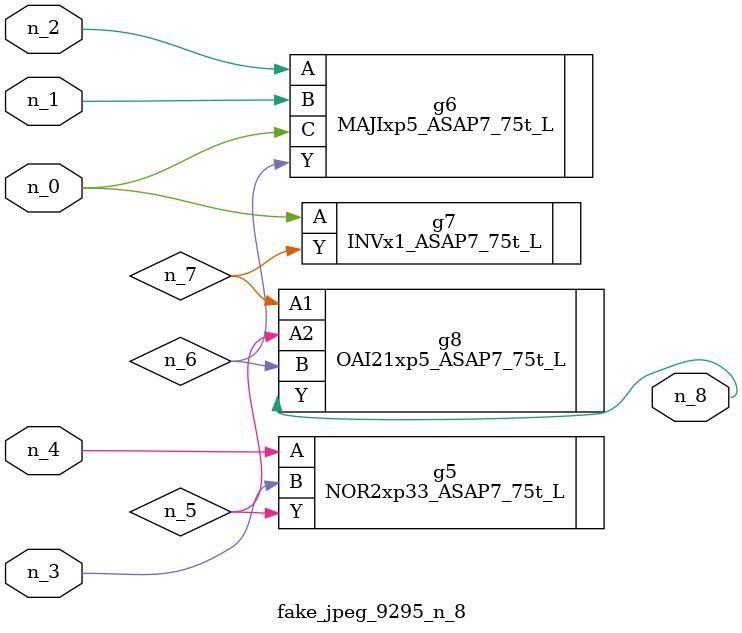
<source format=v>
module fake_jpeg_9295_n_8 (n_3, n_2, n_1, n_0, n_4, n_8);

input n_3;
input n_2;
input n_1;
input n_0;
input n_4;

output n_8;

wire n_6;
wire n_5;
wire n_7;

NOR2xp33_ASAP7_75t_L g5 ( 
.A(n_4),
.B(n_3),
.Y(n_5)
);

MAJIxp5_ASAP7_75t_L g6 ( 
.A(n_2),
.B(n_1),
.C(n_0),
.Y(n_6)
);

INVx1_ASAP7_75t_L g7 ( 
.A(n_0),
.Y(n_7)
);

OAI21xp5_ASAP7_75t_L g8 ( 
.A1(n_7),
.A2(n_5),
.B(n_6),
.Y(n_8)
);


endmodule
</source>
